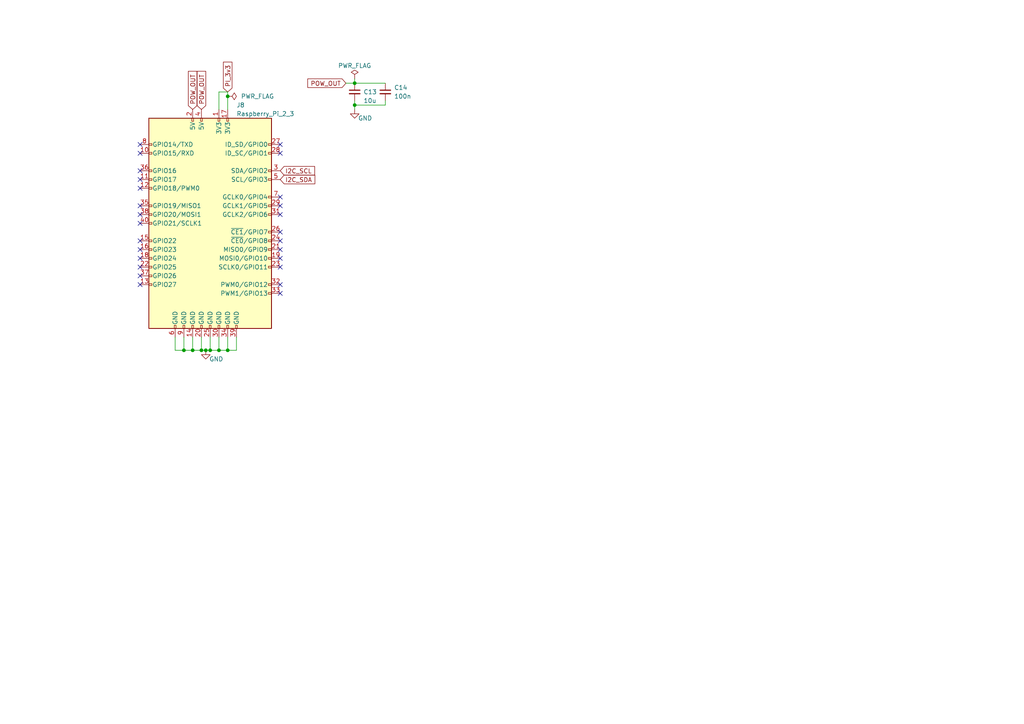
<source format=kicad_sch>
(kicad_sch (version 20211123) (generator eeschema)
  (paper "A4")
  (lib_symbols
    (symbol "Connector:Raspberry_Pi_2_3" (pin_names (offset 1.016))
      (property "Reference" "J" (at -17.78 31.75 0))
      (property "Value" "Raspberry_Pi_2_3" (at 10.16 -31.75 0))
      (symbol "Raspberry_Pi_2_3_0_1"
        (rectangle (start -17.78 30.48) (end 17.78 -30.48) (stroke (width 0.254)) (fill (type background)))
      )
      (symbol "Raspberry_Pi_2_3_1_1"
        (rectangle (start -16.891 -17.526) (end -17.78 -18.034))
        (rectangle (start -16.891 -14.986) (end -17.78 -15.494))
        (rectangle (start -16.891 -12.446) (end -17.78 -12.954))
        (rectangle (start -16.891 -9.906) (end -17.78 -10.414))
        (rectangle (start -16.891 -7.366) (end -17.78 -7.874))
        (rectangle (start -16.891 -4.826) (end -17.78 -5.334))
        (rectangle (start -16.891 0.254) (end -17.78 -0.254))
        (rectangle (start -16.891 2.794) (end -17.78 2.286))
        (rectangle (start -16.891 5.334) (end -17.78 4.826))
        (rectangle (start -16.891 10.414) (end -17.78 9.906))
        (rectangle (start -16.891 12.954) (end -17.78 12.446))
        (rectangle (start -16.891 15.494) (end -17.78 14.986))
        (rectangle (start -16.891 20.574) (end -17.78 20.066))
        (rectangle (start -16.891 23.114) (end -17.78 22.606))
        (rectangle (start -10.414 -29.591) (end -9.906 -30.48))
        (rectangle (start -7.874 -29.591) (end -7.366 -30.48))
        (rectangle (start -5.334 -29.591) (end -4.826 -30.48))
        (rectangle (start -5.334 30.48) (end -4.826 29.591))
        (rectangle (start -2.794 -29.591) (end -2.286 -30.48))
        (rectangle (start -2.794 30.48) (end -2.286 29.591))
        (rectangle (start -0.254 -29.591) (end 0.254 -30.48))
        (rectangle (start 2.286 -29.591) (end 2.794 -30.48))
        (rectangle (start 2.286 30.48) (end 2.794 29.591))
        (rectangle (start 4.826 -29.591) (end 5.334 -30.48))
        (rectangle (start 4.826 30.48) (end 5.334 29.591))
        (rectangle (start 7.366 -29.591) (end 7.874 -30.48))
        (rectangle (start 17.78 -20.066) (end 16.891 -20.574))
        (rectangle (start 17.78 -17.526) (end 16.891 -18.034))
        (rectangle (start 17.78 -12.446) (end 16.891 -12.954))
        (rectangle (start 17.78 -9.906) (end 16.891 -10.414))
        (rectangle (start 17.78 -7.366) (end 16.891 -7.874))
        (rectangle (start 17.78 -4.826) (end 16.891 -5.334))
        (rectangle (start 17.78 -2.286) (end 16.891 -2.794))
        (rectangle (start 17.78 2.794) (end 16.891 2.286))
        (rectangle (start 17.78 5.334) (end 16.891 4.826))
        (rectangle (start 17.78 7.874) (end 16.891 7.366))
        (rectangle (start 17.78 12.954) (end 16.891 12.446))
        (rectangle (start 17.78 15.494) (end 16.891 14.986))
        (rectangle (start 17.78 20.574) (end 16.891 20.066))
        (rectangle (start 17.78 23.114) (end 16.891 22.606))
        (pin power_in line (at 2.54 33.02 270) (length 2.54) (name "3V3") (number "1"))
        (pin bidirectional line (at -20.32 20.32 0) (length 2.54) (name "GPIO15/RXD") (number "10"))
        (pin bidirectional line (at -20.32 12.7 0) (length 2.54) (name "GPIO17") (number "11"))
        (pin bidirectional line (at -20.32 10.16 0) (length 2.54) (name "GPIO18/PWM0") (number "12"))
        (pin bidirectional line (at -20.32 -17.78 0) (length 2.54) (name "GPIO27") (number "13"))
        (pin power_in line (at -5.08 -33.02 90) (length 2.54) (name "GND") (number "14"))
        (pin bidirectional line (at -20.32 -5.08 0) (length 2.54) (name "GPIO22") (number "15"))
        (pin bidirectional line (at -20.32 -7.62 0) (length 2.54) (name "GPIO23") (number "16"))
        (pin power_in line (at 5.08 33.02 270) (length 2.54) (name "3V3") (number "17"))
        (pin bidirectional line (at -20.32 -10.16 0) (length 2.54) (name "GPIO24") (number "18"))
        (pin bidirectional line (at 20.32 -10.16 180) (length 2.54) (name "MOSI0/GPIO10") (number "19"))
        (pin power_in line (at -5.08 33.02 270) (length 2.54) (name "5V") (number "2"))
        (pin power_in line (at -2.54 -33.02 90) (length 2.54) (name "GND") (number "20"))
        (pin bidirectional line (at 20.32 -7.62 180) (length 2.54) (name "MISO0/GPIO9") (number "21"))
        (pin bidirectional line (at -20.32 -12.7 0) (length 2.54) (name "GPIO25") (number "22"))
        (pin bidirectional line (at 20.32 -12.7 180) (length 2.54) (name "SCLK0/GPIO11") (number "23"))
        (pin bidirectional line (at 20.32 -5.08 180) (length 2.54) (name "~{CE0}/GPIO8") (number "24"))
        (pin power_in line (at 0 -33.02 90) (length 2.54) (name "GND") (number "25"))
        (pin bidirectional line (at 20.32 -2.54 180) (length 2.54) (name "~{CE1}/GPIO7") (number "26"))
        (pin bidirectional line (at 20.32 22.86 180) (length 2.54) (name "ID_SD/GPIO0") (number "27"))
        (pin bidirectional line (at 20.32 20.32 180) (length 2.54) (name "ID_SC/GPIO1") (number "28"))
        (pin bidirectional line (at 20.32 5.08 180) (length 2.54) (name "GCLK1/GPIO5") (number "29"))
        (pin bidirectional line (at 20.32 15.24 180) (length 2.54) (name "SDA/GPIO2") (number "3"))
        (pin power_in line (at 2.54 -33.02 90) (length 2.54) (name "GND") (number "30"))
        (pin bidirectional line (at 20.32 2.54 180) (length 2.54) (name "GCLK2/GPIO6") (number "31"))
        (pin bidirectional line (at 20.32 -17.78 180) (length 2.54) (name "PWM0/GPIO12") (number "32"))
        (pin bidirectional line (at 20.32 -20.32 180) (length 2.54) (name "PWM1/GPIO13") (number "33"))
        (pin power_in line (at 5.08 -33.02 90) (length 2.54) (name "GND") (number "34"))
        (pin bidirectional line (at -20.32 5.08 0) (length 2.54) (name "GPIO19/MISO1") (number "35"))
        (pin bidirectional line (at -20.32 15.24 0) (length 2.54) (name "GPIO16") (number "36"))
        (pin bidirectional line (at -20.32 -15.24 0) (length 2.54) (name "GPIO26") (number "37"))
        (pin bidirectional line (at -20.32 2.54 0) (length 2.54) (name "GPIO20/MOSI1") (number "38"))
        (pin power_in line (at 7.62 -33.02 90) (length 2.54) (name "GND") (number "39"))
        (pin power_in line (at -2.54 33.02 270) (length 2.54) (name "5V") (number "4"))
        (pin bidirectional line (at -20.32 0 0) (length 2.54) (name "GPIO21/SCLK1") (number "40"))
        (pin bidirectional line (at 20.32 12.7 180) (length 2.54) (name "SCL/GPIO3") (number "5"))
        (pin power_in line (at -10.16 -33.02 90) (length 2.54) (name "GND") (number "6"))
        (pin bidirectional line (at 20.32 7.62 180) (length 2.54) (name "GCLK0/GPIO4") (number "7"))
        (pin bidirectional line (at -20.32 22.86 0) (length 2.54) (name "GPIO14/TXD") (number "8"))
        (pin power_in line (at -7.62 -33.02 90) (length 2.54) (name "GND") (number "9"))
      )
    )
    (symbol "Device:C_Small" (pin_numbers hide) (pin_names (offset 0.254) hide)
      (property "Reference" "C" (at 0.254 1.778 0))
      (property "Value" "C_Small" (at 0.254 -2.032 0))
      (symbol "C_Small_0_1"
        (polyline (pts (xy -1.524 -0.508) (xy 1.524 -0.508)) (stroke (width 0.3302)))
        (polyline (pts (xy -1.524 0.508) (xy 1.524 0.508)) (stroke (width 0.3048)))
      )
      (symbol "C_Small_1_1"
        (pin passive line (at 0 2.54 270) (length 2.032) (name "~") (number "1"))
        (pin passive line (at 0 -2.54 90) (length 2.032) (name "~") (number "2"))
      )
    )
    (symbol "power:GND" (power) (pin_names (offset 0))
      (property "Value" "GND" (at 0 -3.81 0))
      (symbol "GND_0_1"
        (polyline (pts (xy 0 0) (xy 0 -1.27) (xy 1.27 -1.27) (xy 0 -2.54) (xy -1.27 -1.27) (xy 0 -1.27)))
      )
      (symbol "GND_1_1"
        (pin power_in line (at 0 0 270) (length 0) hide (name "GND") (number "1"))
      )
    )
    (symbol "power:PWR_FLAG" (power) (pin_numbers hide) (pin_names (offset 0) hide)
      (property "Value" "PWR_FLAG" (at 0 3.81 0))
      (symbol "PWR_FLAG_0_0"
        (pin power_out line (at 0 0 90) (length 0) (name "pwr") (number "1"))
      )
      (symbol "PWR_FLAG_0_1"
        (polyline (pts (xy 0 0) (xy 0 1.27) (xy -1.016 1.905) (xy 0 2.54) (xy 1.016 1.905) (xy 0 1.27)))
      )
    )
  )
  (junction (at 63.5 101.6))
  (junction (at 58.42 101.6))
  (junction (at 102.87 24.13))
  (junction (at 102.87 30.48))
  (junction (at 66.04 101.6))
  (junction (at 53.34 101.6))
  (junction (at 59.69 101.6))
  (junction (at 66.04 27.94))
  (junction (at 55.88 101.6))
  (junction (at 60.96 101.6))
  (no_connect (at 81.28 59.69))
  (no_connect (at 81.28 67.31))
  (no_connect (at 81.28 69.85))
  (no_connect (at 81.28 62.23))
  (no_connect (at 81.28 85.09))
  (no_connect (at 81.28 57.15))
  (no_connect (at 81.28 82.55))
  (no_connect (at 81.28 77.47))
  (no_connect (at 81.28 74.93))
  (no_connect (at 81.28 72.39))
  (no_connect (at 40.64 72.39))
  (no_connect (at 40.64 69.85))
  (no_connect (at 40.64 64.77))
  (no_connect (at 40.64 62.23))
  (no_connect (at 40.64 59.69))
  (no_connect (at 40.64 77.47))
  (no_connect (at 40.64 74.93))
  (no_connect (at 40.64 82.55))
  (no_connect (at 40.64 80.01))
  (no_connect (at 81.28 44.45))
  (no_connect (at 81.28 41.91))
  (no_connect (at 40.64 41.91))
  (no_connect (at 40.64 44.45))
  (no_connect (at 40.64 49.53))
  (no_connect (at 40.64 52.07))
  (no_connect (at 40.64 54.61))
  (wire (pts (xy 60.96 101.6) (xy 59.69 101.6)))
  (wire (pts (xy 66.04 26.67) (xy 66.04 27.94)))
  (wire (pts (xy 63.5 26.67) (xy 66.04 26.67)))
  (wire (pts (xy 102.87 24.13) (xy 111.76 24.13)))
  (wire (pts (xy 55.88 97.79) (xy 55.88 101.6)))
  (wire (pts (xy 111.76 30.48) (xy 102.87 30.48)))
  (wire (pts (xy 58.42 97.79) (xy 58.42 101.6)))
  (wire (pts (xy 102.87 22.86) (xy 102.87 24.13)))
  (wire (pts (xy 68.58 97.79) (xy 68.58 101.6)))
  (wire (pts (xy 55.88 101.6) (xy 58.42 101.6)))
  (wire (pts (xy 53.34 101.6) (xy 55.88 101.6)))
  (wire (pts (xy 111.76 29.21) (xy 111.76 30.48)))
  (wire (pts (xy 100.33 24.13) (xy 102.87 24.13)))
  (wire (pts (xy 66.04 101.6) (xy 63.5 101.6)))
  (wire (pts (xy 60.96 97.79) (xy 60.96 101.6)))
  (wire (pts (xy 50.8 97.79) (xy 50.8 101.6)))
  (wire (pts (xy 63.5 97.79) (xy 63.5 101.6)))
  (wire (pts (xy 63.5 101.6) (xy 60.96 101.6)))
  (wire (pts (xy 53.34 97.79) (xy 53.34 101.6)))
  (wire (pts (xy 66.04 97.79) (xy 66.04 101.6)))
  (wire (pts (xy 63.5 31.75) (xy 63.5 26.67)))
  (wire (pts (xy 102.87 29.21) (xy 102.87 30.48)))
  (wire (pts (xy 68.58 101.6) (xy 66.04 101.6)))
  (wire (pts (xy 50.8 101.6) (xy 53.34 101.6)))
  (wire (pts (xy 66.04 27.94) (xy 66.04 31.75)))
  (wire (pts (xy 102.87 30.48) (xy 102.87 31.75)))
  (wire (pts (xy 58.42 101.6) (xy 59.69 101.6)))
  (global_label "POW_OUT" (shape input) (at 58.42 31.75 90) (property "Intersheet References" "${INTERSHEET_REFS}" (effects hide)))
  (global_label "I2C_SCL" (shape input) (at 81.28 49.53 0) (property "Intersheet References" "${INTERSHEET_REFS}" (effects hide)))
  (global_label "POW_OUT" (shape input) (at 55.88 31.75 90) (property "Intersheet References" "${INTERSHEET_REFS}" (effects hide)))
  (global_label "I2C_SDA" (shape input) (at 81.28 52.07 0) (property "Intersheet References" "${INTERSHEET_REFS}" (effects hide)))
  (global_label "POW_OUT" (shape input) (at 100.33 24.13 180) (property "Intersheet References" "${INTERSHEET_REFS}" (effects hide)))
  (global_label "PI_3v3" (shape input) (at 66.04 26.67 90) (property "Intersheet References" "${INTERSHEET_REFS}" (effects hide)))
  (symbol (lib_id "power:GND") (at 59.69 101.6 0) (unit 1)
    (property "Reference" "#PWR034" (effects hide))
    (property "Value" "GND" (at 64.77 104.14 0) (effects (justify right)))
  )
  (symbol (lib_id "power:PWR_FLAG") (at 66.04 27.94 270) (unit 1)
    (property "Reference" "#FLG07" (effects hide))
    (property "Value" "PWR_FLAG" (at 69.85 27.9399 90) (effects (justify left)))
  )
  (symbol (lib_id "power:GND") (at 102.87 31.75 0) (unit 1)
    (property "Reference" "#PWR036" (effects hide))
    (property "Value" "GND" (at 107.95 34.29 0) (effects (justify right)))
  )
  (symbol (lib_id "power:PWR_FLAG") (at 102.87 22.86 0) (unit 1)
    (property "Reference" "#FLG03" (effects hide))
    (property "Value" "PWR_FLAG" (at 102.87 19.05 0))
  )
  (symbol (lib_id "Device:C_Small") (at 111.76 26.67 0) (unit 1)
    (property "Reference" "C14" (at 114.3 25.4062 0) (effects (justify left)))
    (property "Value" "100n" (at 114.3 27.9462 0) (effects (justify left)))
    (property "Footprint" "Capacitor_SMD:C_0805_2012Metric" (effects hide))
    (property "LCSC" "C28233" (effects hide))
  )
  (symbol (lib_id "Device:C_Small") (at 102.87 26.67 0) (unit 1)
    (property "Reference" "C13" (at 105.41 26.67 0) (effects (justify left)))
    (property "Value" "10u" (at 105.41 29.21 0) (effects (justify left)))
    (property "Footprint" "Capacitor_SMD:C_0805_2012Metric" (effects hide))
    (property "DigikeyPN" "445-FK26X7R1E106K-ND" (effects hide))
    (property "LCSC" "C15850" (effects hide))
  )
  (symbol (lib_id "Connector:Raspberry_Pi_2_3") (at 60.96 64.77 0) (unit 1)
    (property "Reference" "J8" (at 68.58 30.48 0) (effects (justify left)))
    (property "Value" "Raspberry_Pi_2_3" (at 68.58 33.02 0) (effects (justify left)))
    (property "Footprint" "Connector_PinSocket_2.54mm:PinSocket_2x20_P2.54mm_Vertical" (effects hide))
    (property "Datasheet" "https://www.raspberrypi.org/documentation/hardware/raspberrypi/schematics/rpi_SCH_3bplus_1p0_reduced.pdf" (effects hide))
    (property "LCSC" "DNP" (effects hide))
  )
)
</source>
